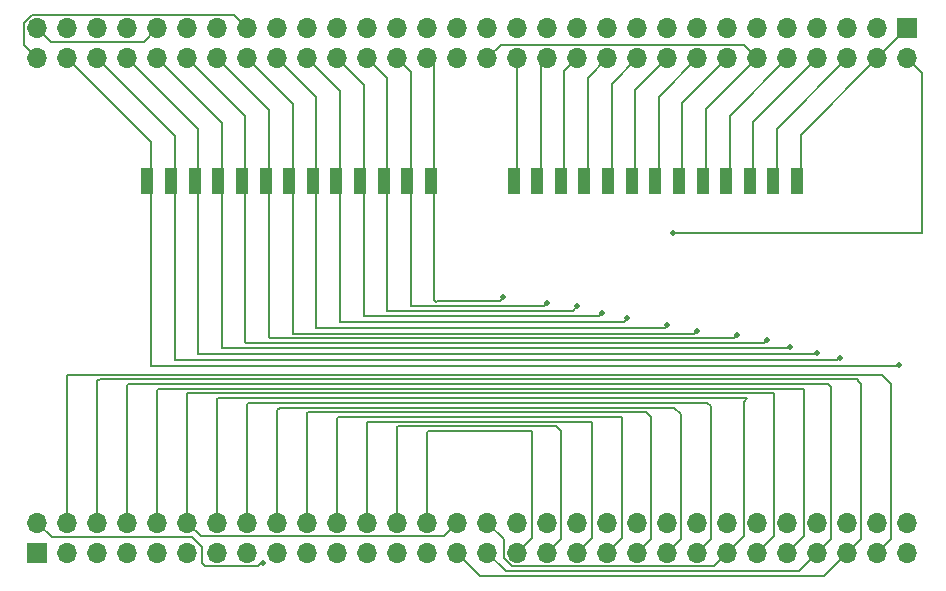
<source format=gtl>
G04 #@! TF.GenerationSoftware,KiCad,Pcbnew,8.0.1*
G04 #@! TF.CreationDate,2024-08-17T14:36:12+08:00*
G04 #@! TF.ProjectId,MatchBox v0.3,4d617463-6842-46f7-9820-76302e332e6b,rev?*
G04 #@! TF.SameCoordinates,Original*
G04 #@! TF.FileFunction,Copper,L1,Top*
G04 #@! TF.FilePolarity,Positive*
%FSLAX46Y46*%
G04 Gerber Fmt 4.6, Leading zero omitted, Abs format (unit mm)*
G04 Created by KiCad (PCBNEW 8.0.1) date 2024-08-17 14:36:12*
%MOMM*%
%LPD*%
G01*
G04 APERTURE LIST*
G04 #@! TA.AperFunction,SMDPad,CuDef*
%ADD10R,1.000000X2.277500*%
G04 #@! TD*
G04 #@! TA.AperFunction,ComponentPad*
%ADD11R,1.700000X1.700000*%
G04 #@! TD*
G04 #@! TA.AperFunction,ComponentPad*
%ADD12O,1.700000X1.700000*%
G04 #@! TD*
G04 #@! TA.AperFunction,ViaPad*
%ADD13C,0.500000*%
G04 #@! TD*
G04 #@! TA.AperFunction,Conductor*
%ADD14C,0.200000*%
G04 #@! TD*
G04 APERTURE END LIST*
D10*
X111800000Y-77588750D03*
D11*
X82475000Y-109100000D03*
D12*
X82475000Y-106560000D03*
X85015000Y-109100000D03*
X85015000Y-106560000D03*
X87555000Y-109100000D03*
X87555000Y-106560000D03*
X90095000Y-109100000D03*
X90095000Y-106560000D03*
X92635000Y-109100000D03*
X92635000Y-106560000D03*
X95175000Y-109100000D03*
X95175000Y-106560000D03*
X97715000Y-109100000D03*
X97715000Y-106560000D03*
X100255000Y-109100000D03*
X100255000Y-106560000D03*
X102795000Y-109100000D03*
X102795000Y-106560000D03*
X105335000Y-109100000D03*
X105335000Y-106560000D03*
X107875000Y-109100000D03*
X107875000Y-106560000D03*
X110415000Y-109100000D03*
X110415000Y-106560000D03*
X112955000Y-109100000D03*
X112955000Y-106560000D03*
X115495000Y-109100000D03*
X115495000Y-106560000D03*
X118035000Y-109100000D03*
X118035000Y-106560000D03*
X120575000Y-109100000D03*
X120575000Y-106560000D03*
X123115000Y-109100000D03*
X123115000Y-106560000D03*
X125655000Y-109100000D03*
X125655000Y-106560000D03*
X128195000Y-109100000D03*
X128195000Y-106560000D03*
X130735000Y-109100000D03*
X130735000Y-106560000D03*
X133275000Y-109100000D03*
X133275000Y-106560000D03*
X135815000Y-109100000D03*
X135815000Y-106560000D03*
X138355000Y-109100000D03*
X138355000Y-106560000D03*
X140895000Y-109100000D03*
X140895000Y-106560000D03*
X143435000Y-109100000D03*
X143435000Y-106560000D03*
X145975000Y-109100000D03*
X145975000Y-106560000D03*
X148515000Y-109100000D03*
X148515000Y-106560000D03*
X151055000Y-109100000D03*
X151055000Y-106560000D03*
X153595000Y-109100000D03*
X153595000Y-106560000D03*
X156135000Y-109100000D03*
X156135000Y-106560000D03*
D10*
X109800000Y-77588750D03*
X115800000Y-77588750D03*
X99800000Y-77588750D03*
X103800000Y-77588750D03*
X144800000Y-77588750D03*
X97800000Y-77588750D03*
D11*
X156135000Y-64700000D03*
D12*
X156135000Y-67240000D03*
X153595000Y-64700000D03*
X153595000Y-67240000D03*
X151055000Y-64700000D03*
X151055000Y-67240000D03*
X148515000Y-64700000D03*
X148515000Y-67240000D03*
X145975000Y-64700000D03*
X145975000Y-67240000D03*
X143435000Y-64700000D03*
X143435000Y-67240000D03*
X140895000Y-64700000D03*
X140895000Y-67240000D03*
X138355000Y-64700000D03*
X138355000Y-67240000D03*
X135815000Y-64700000D03*
X135815000Y-67240000D03*
X133275000Y-64700000D03*
X133275000Y-67240000D03*
X130735000Y-64700000D03*
X130735000Y-67240000D03*
X128195000Y-64700000D03*
X128195000Y-67240000D03*
X125655000Y-64700000D03*
X125655000Y-67240000D03*
X123115000Y-64700000D03*
X123115000Y-67240000D03*
X120575000Y-64700000D03*
X120575000Y-67240000D03*
X118035000Y-64700000D03*
X118035000Y-67240000D03*
X115495000Y-64700000D03*
X115495000Y-67240000D03*
X112955000Y-64700000D03*
X112955000Y-67240000D03*
X110415000Y-64700000D03*
X110415000Y-67240000D03*
X107875000Y-64700000D03*
X107875000Y-67240000D03*
X105335000Y-64700000D03*
X105335000Y-67240000D03*
X102795000Y-64700000D03*
X102795000Y-67240000D03*
X100255000Y-64700000D03*
X100255000Y-67240000D03*
X97715000Y-64700000D03*
X97715000Y-67240000D03*
X95175000Y-64700000D03*
X95175000Y-67240000D03*
X92635000Y-64700000D03*
X92635000Y-67240000D03*
X90095000Y-64700000D03*
X90095000Y-67240000D03*
X87555000Y-64700000D03*
X87555000Y-67240000D03*
X85015000Y-64700000D03*
X85015000Y-67240000D03*
X82475000Y-64700000D03*
X82475000Y-67240000D03*
D10*
X95800000Y-77588750D03*
X91800000Y-77588750D03*
X132800000Y-77588750D03*
X128800000Y-77588750D03*
X93800000Y-77588750D03*
X122800000Y-77588750D03*
X124800000Y-77588750D03*
X146800000Y-77588750D03*
X136800000Y-77588750D03*
X142800000Y-77588750D03*
X134800000Y-77588750D03*
X130800000Y-77588750D03*
X140800000Y-77588750D03*
X113800000Y-77588750D03*
X138800000Y-77588750D03*
X101800000Y-77588750D03*
X105800000Y-77588750D03*
X126800000Y-77588750D03*
X107800000Y-77588750D03*
D13*
X155400000Y-93200000D03*
X150400000Y-92600000D03*
X148515000Y-92200000D03*
X146200000Y-91650000D03*
X144285000Y-91100000D03*
X141745000Y-90650000D03*
X138355000Y-90300000D03*
X135776786Y-89854123D03*
X132386786Y-89254123D03*
X130258654Y-88800000D03*
X128156786Y-88254123D03*
X125661786Y-87954123D03*
X121926786Y-87454123D03*
X136265000Y-82000000D03*
X101600000Y-110000000D03*
D14*
X92100000Y-93300000D02*
X155300000Y-93300000D01*
X155300000Y-93300000D02*
X155400000Y-93200000D01*
X92100000Y-74325000D02*
X85015000Y-67240000D01*
X92100000Y-77588750D02*
X92100000Y-93300000D01*
X92100000Y-77588750D02*
X92100000Y-74325000D01*
X150200000Y-92800000D02*
X94100000Y-92800000D01*
X94100000Y-73785000D02*
X87555000Y-67240000D01*
X94100000Y-92800000D02*
X94100000Y-73785000D01*
X150400000Y-92600000D02*
X150200000Y-92800000D01*
X96100000Y-73245000D02*
X90095000Y-67240000D01*
X148415000Y-92300000D02*
X148515000Y-92200000D01*
X96100000Y-77588750D02*
X96100000Y-92300000D01*
X96100000Y-92300000D02*
X148415000Y-92300000D01*
X96100000Y-77588750D02*
X96100000Y-73245000D01*
X146050000Y-91800000D02*
X98100000Y-91800000D01*
X98100000Y-91800000D02*
X98100000Y-72705000D01*
X98100000Y-72705000D02*
X92635000Y-67240000D01*
X146200000Y-91650000D02*
X146050000Y-91800000D01*
X100150000Y-91350000D02*
X100100000Y-91300000D01*
X144035000Y-91350000D02*
X100150000Y-91350000D01*
X100100000Y-91300000D02*
X100100000Y-72165000D01*
X100100000Y-72165000D02*
X95175000Y-67240000D01*
X144285000Y-91100000D02*
X144035000Y-91350000D01*
X141445000Y-90950000D02*
X102200000Y-90950000D01*
X102100000Y-71625000D02*
X97715000Y-67240000D01*
X102200000Y-90950000D02*
X102100000Y-90850000D01*
X141745000Y-90650000D02*
X141445000Y-90950000D01*
X102100000Y-90850000D02*
X102100000Y-71625000D01*
X138355000Y-90300000D02*
X138105000Y-90550000D01*
X104100000Y-71085000D02*
X100255000Y-67240000D01*
X104150000Y-90550000D02*
X104100000Y-90500000D01*
X138105000Y-90550000D02*
X104150000Y-90550000D01*
X104100000Y-90500000D02*
X104100000Y-71085000D01*
X106100000Y-70545000D02*
X102795000Y-67240000D01*
X135615000Y-90050000D02*
X106100000Y-90050000D01*
X106100000Y-90050000D02*
X106100000Y-70545000D01*
X135815000Y-89850000D02*
X135615000Y-90050000D01*
X108100000Y-70005000D02*
X105335000Y-67240000D01*
X108100000Y-89550000D02*
X108100000Y-70005000D01*
X132425000Y-89250000D02*
X132125000Y-89550000D01*
X132125000Y-89550000D02*
X108100000Y-89550000D01*
X130058654Y-89050000D02*
X110100000Y-89050000D01*
X110100000Y-69465000D02*
X107875000Y-67240000D01*
X130258654Y-88850000D02*
X130058654Y-89050000D01*
X110100000Y-89050000D02*
X110100000Y-69465000D01*
X112100000Y-88650000D02*
X112100000Y-68925000D01*
X112100000Y-68925000D02*
X110415000Y-67240000D01*
X128195000Y-88250000D02*
X127795000Y-88650000D01*
X127795000Y-88650000D02*
X112100000Y-88650000D01*
X114100000Y-68385000D02*
X112955000Y-67240000D01*
X125700000Y-87950000D02*
X125400000Y-88250000D01*
X125400000Y-88250000D02*
X114100000Y-88250000D01*
X114100000Y-88250000D02*
X114100000Y-68385000D01*
X116250000Y-87850000D02*
X116100000Y-87700000D01*
X116100000Y-67845000D02*
X115495000Y-67240000D01*
X116300000Y-87800000D02*
X116250000Y-87850000D01*
X121615000Y-87800000D02*
X116300000Y-87800000D01*
X116100000Y-87700000D02*
X116100000Y-67845000D01*
X121965000Y-87450000D02*
X121615000Y-87800000D01*
X124400000Y-107815000D02*
X123115000Y-109100000D01*
X115495000Y-106560000D02*
X115495000Y-98920000D01*
X115600000Y-98815000D02*
X124400000Y-98815000D01*
X123100000Y-67255000D02*
X123115000Y-67240000D01*
X124400000Y-98815000D02*
X124400000Y-107815000D01*
X123100000Y-77588750D02*
X123100000Y-67255000D01*
X115495000Y-98920000D02*
X115600000Y-98815000D01*
X112955000Y-106560000D02*
X112955000Y-98445000D01*
X112985000Y-98415000D02*
X126400000Y-98415000D01*
X112955000Y-98445000D02*
X112985000Y-98415000D01*
X126805000Y-107950000D02*
X125655000Y-109100000D01*
X125100000Y-67795000D02*
X125655000Y-67240000D01*
X126400000Y-98415000D02*
X126805000Y-98820000D01*
X125100000Y-77588750D02*
X125100000Y-67795000D01*
X126805000Y-98820000D02*
X126805000Y-107950000D01*
X110430000Y-98015000D02*
X129400000Y-98015000D01*
X129400000Y-107895000D02*
X128195000Y-109100000D01*
X127100000Y-77588750D02*
X127100000Y-68335000D01*
X110415000Y-106560000D02*
X110415000Y-98030000D01*
X110415000Y-98030000D02*
X110430000Y-98015000D01*
X127100000Y-68335000D02*
X128195000Y-67240000D01*
X129400000Y-98015000D02*
X129400000Y-107895000D01*
X129100000Y-77588750D02*
X129100000Y-68875000D01*
X132000000Y-107835000D02*
X130735000Y-109100000D01*
X107875000Y-97725000D02*
X107985000Y-97615000D01*
X129100000Y-68875000D02*
X130735000Y-67240000D01*
X107875000Y-106560000D02*
X107875000Y-97725000D01*
X132000000Y-97615000D02*
X132000000Y-107835000D01*
X107985000Y-97615000D02*
X132000000Y-97615000D01*
X105335000Y-97265000D02*
X105385000Y-97215000D01*
X134425000Y-97640000D02*
X134425000Y-107950000D01*
X131100000Y-69415000D02*
X133275000Y-67240000D01*
X134000000Y-97215000D02*
X134425000Y-97640000D01*
X134425000Y-107950000D02*
X133275000Y-109100000D01*
X105335000Y-106560000D02*
X105335000Y-97265000D01*
X131100000Y-77588750D02*
X131100000Y-69415000D01*
X105385000Y-97215000D02*
X134000000Y-97215000D01*
X133100000Y-69955000D02*
X135815000Y-67240000D01*
X133100000Y-77588750D02*
X133100000Y-69955000D01*
X101400000Y-110000000D02*
X101150000Y-110250000D01*
X83715000Y-107800000D02*
X82475000Y-106560000D01*
X102795000Y-97005000D02*
X102985000Y-96815000D01*
X136965000Y-107950000D02*
X135815000Y-109100000D01*
X101600000Y-110000000D02*
X101400000Y-110000000D01*
X96400000Y-108600000D02*
X95600000Y-107800000D01*
X96650000Y-110250000D02*
X96400000Y-110000000D01*
X156135000Y-67240000D02*
X157400000Y-68505000D01*
X102985000Y-96815000D02*
X136400000Y-96815000D01*
X136400000Y-96815000D02*
X136965000Y-97380000D01*
X95600000Y-107800000D02*
X83715000Y-107800000D01*
X102795000Y-106560000D02*
X102795000Y-97005000D01*
X96400000Y-110000000D02*
X96400000Y-108600000D01*
X157400000Y-68505000D02*
X157400000Y-82000000D01*
X157400000Y-82000000D02*
X136265000Y-82000000D01*
X101150000Y-110250000D02*
X96650000Y-110250000D01*
X136965000Y-97380000D02*
X136965000Y-107950000D01*
X139505000Y-96720000D02*
X139505000Y-107950000D01*
X100255000Y-96545000D02*
X100385000Y-96415000D01*
X135100000Y-70495000D02*
X138355000Y-67240000D01*
X139200000Y-96415000D02*
X139505000Y-96720000D01*
X81325000Y-66090000D02*
X81325000Y-64223654D01*
X99105000Y-63550000D02*
X100255000Y-64700000D01*
X100385000Y-96415000D02*
X139200000Y-96415000D01*
X81325000Y-64223654D02*
X81998654Y-63550000D01*
X135100000Y-77588750D02*
X135100000Y-70495000D01*
X82475000Y-67240000D02*
X81325000Y-66090000D01*
X100255000Y-106560000D02*
X100255000Y-96545000D01*
X81998654Y-63550000D02*
X99105000Y-63550000D01*
X139505000Y-107950000D02*
X138355000Y-109100000D01*
X120575000Y-106560000D02*
X121965000Y-107950000D01*
X137100000Y-77588750D02*
X137100000Y-71035000D01*
X121965000Y-109576346D02*
X122638654Y-110250000D01*
X142285000Y-96330000D02*
X142285000Y-107710000D01*
X142285000Y-107710000D02*
X140895000Y-109100000D01*
X97785000Y-96015000D02*
X142600000Y-96015000D01*
X97715000Y-106560000D02*
X97715000Y-96085000D01*
X142600000Y-96015000D02*
X142285000Y-96330000D01*
X122638654Y-110250000D02*
X139745000Y-110250000D01*
X139745000Y-110250000D02*
X140895000Y-109100000D01*
X121965000Y-107950000D02*
X121965000Y-109576346D01*
X137100000Y-71035000D02*
X140895000Y-67240000D01*
X97715000Y-96085000D02*
X97785000Y-96015000D01*
X116885000Y-107710000D02*
X96325000Y-107710000D01*
X144825000Y-95640000D02*
X144825000Y-107710000D01*
X96325000Y-107710000D02*
X95175000Y-106560000D01*
X142285000Y-66090000D02*
X143435000Y-67240000D01*
X95175000Y-106560000D02*
X95175000Y-95625000D01*
X144800000Y-95615000D02*
X144825000Y-95640000D01*
X120575000Y-67240000D02*
X121725000Y-66090000D01*
X139100000Y-77588750D02*
X139100000Y-71575000D01*
X118035000Y-106560000D02*
X116885000Y-107710000D01*
X95185000Y-95615000D02*
X144800000Y-95615000D01*
X139100000Y-71575000D02*
X143435000Y-67240000D01*
X95175000Y-95625000D02*
X95185000Y-95615000D01*
X121725000Y-66090000D02*
X142285000Y-66090000D01*
X144825000Y-107710000D02*
X143435000Y-109100000D01*
X147365000Y-95250000D02*
X147365000Y-107710000D01*
X147365000Y-107710000D02*
X145975000Y-109100000D01*
X82475000Y-64700000D02*
X83625000Y-65850000D01*
X147400000Y-95215000D02*
X147365000Y-95250000D01*
X141100000Y-77588750D02*
X141100000Y-72115000D01*
X92785000Y-95215000D02*
X147400000Y-95215000D01*
X91485000Y-65850000D02*
X92635000Y-64700000D01*
X92635000Y-106560000D02*
X92635000Y-95365000D01*
X83625000Y-65850000D02*
X91485000Y-65850000D01*
X141100000Y-72115000D02*
X145975000Y-67240000D01*
X92635000Y-95365000D02*
X92785000Y-95215000D01*
X149665000Y-95080000D02*
X149665000Y-107950000D01*
X143100000Y-77588750D02*
X143100000Y-72655000D01*
X90095000Y-106560000D02*
X90095000Y-94920000D01*
X143100000Y-72655000D02*
X148515000Y-67240000D01*
X90095000Y-94920000D02*
X90200000Y-94815000D01*
X120575000Y-109100000D02*
X122125000Y-110650000D01*
X146965000Y-110650000D02*
X148515000Y-109100000D01*
X149665000Y-107950000D02*
X148515000Y-109100000D01*
X122125000Y-110650000D02*
X146965000Y-110650000D01*
X90200000Y-94815000D02*
X149400000Y-94815000D01*
X149400000Y-94815000D02*
X149665000Y-95080000D01*
X118035000Y-109100000D02*
X119985000Y-111050000D01*
X152000000Y-94600000D02*
X152205000Y-94805000D01*
X152000000Y-94415000D02*
X152000000Y-94600000D01*
X87555000Y-106560000D02*
X87555000Y-94460000D01*
X119985000Y-111050000D02*
X149105000Y-111050000D01*
X145100000Y-77588750D02*
X145100000Y-73195000D01*
X145100000Y-73195000D02*
X151055000Y-67240000D01*
X87785000Y-94415000D02*
X152000000Y-94415000D01*
X152205000Y-94805000D02*
X152205000Y-107950000D01*
X87740000Y-94460000D02*
X87785000Y-94415000D01*
X152205000Y-107950000D02*
X151055000Y-109100000D01*
X149105000Y-111050000D02*
X151055000Y-109100000D01*
X87555000Y-94460000D02*
X87740000Y-94460000D01*
X85015000Y-94015000D02*
X153985000Y-94015000D01*
X147100000Y-73735000D02*
X153595000Y-67240000D01*
X154745000Y-107950000D02*
X153595000Y-109100000D01*
X154745000Y-94775000D02*
X154745000Y-107950000D01*
X153985000Y-94015000D02*
X154745000Y-94775000D01*
X153595000Y-67240000D02*
X156135000Y-64700000D01*
X147100000Y-77588750D02*
X147100000Y-73735000D01*
X85015000Y-106560000D02*
X85015000Y-94015000D01*
M02*

</source>
